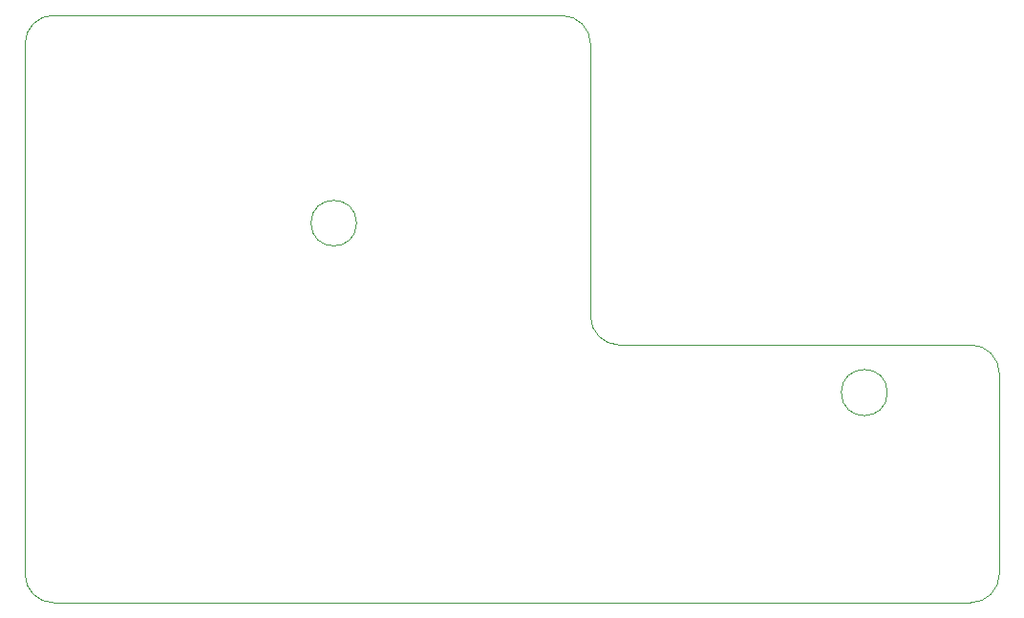
<source format=gbr>
%TF.GenerationSoftware,KiCad,Pcbnew,7.0.9*%
%TF.CreationDate,2023-11-22T14:24:46-05:00*%
%TF.ProjectId,Esp Controller,45737020-436f-46e7-9472-6f6c6c65722e,rev?*%
%TF.SameCoordinates,Original*%
%TF.FileFunction,Profile,NP*%
%FSLAX46Y46*%
G04 Gerber Fmt 4.6, Leading zero omitted, Abs format (unit mm)*
G04 Created by KiCad (PCBNEW 7.0.9) date 2023-11-22 14:24:46*
%MOMM*%
%LPD*%
G01*
G04 APERTURE LIST*
%TA.AperFunction,Profile*%
%ADD10C,0.100000*%
%TD*%
G04 APERTURE END LIST*
D10*
X169155532Y-82970000D02*
G75*
G03*
X169155532Y-82970000I-2045532J0D01*
G01*
X122100396Y-67950000D02*
G75*
G03*
X122100396Y-67950000I-2020396J0D01*
G01*
X176530000Y-101600000D02*
X95250000Y-101600000D01*
X179070000Y-99060000D02*
X179069999Y-81280000D01*
X145386051Y-78753948D02*
X176530000Y-78740001D01*
X142846051Y-52083949D02*
X142846052Y-76213949D01*
X95250000Y-49530000D02*
X140306051Y-49543949D01*
X92710000Y-52070000D02*
X92710000Y-99060000D01*
X142846052Y-76213949D02*
G75*
G03*
X145386051Y-78753948I2539999J0D01*
G01*
X179069999Y-81280000D02*
G75*
G03*
X176530000Y-78740001I-2539999J0D01*
G01*
X176530000Y-101600000D02*
G75*
G03*
X179070000Y-99060000I0J2540000D01*
G01*
X92710000Y-99060000D02*
G75*
G03*
X95250000Y-101600000I2540000J0D01*
G01*
X142846051Y-52083949D02*
G75*
G03*
X140306051Y-49543949I-2540000J0D01*
G01*
X95250000Y-49530000D02*
G75*
G03*
X92710000Y-52070000I0J-2540000D01*
G01*
M02*

</source>
